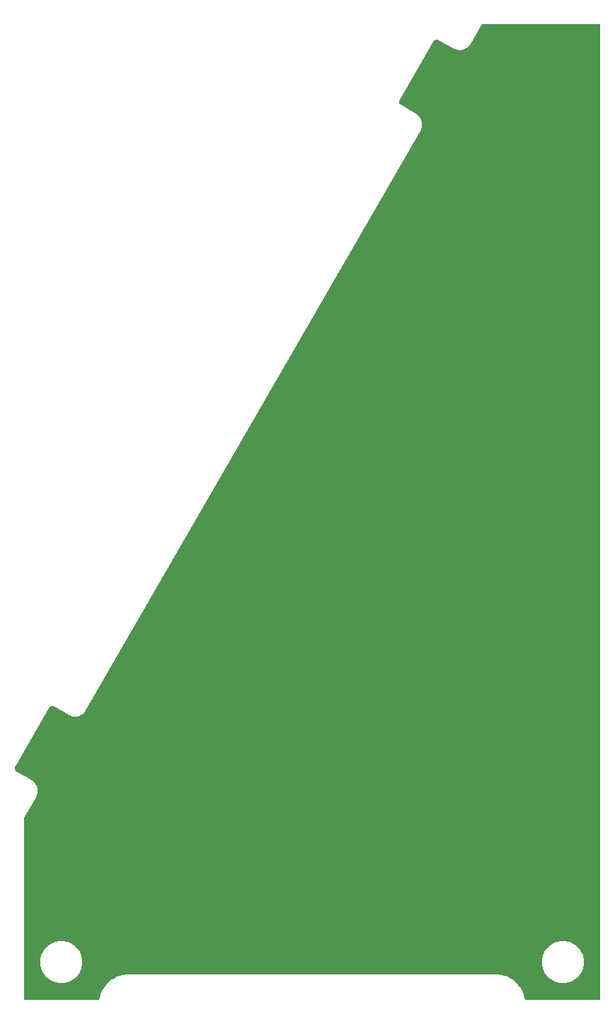
<source format=gtl>
G04*
G04 #@! TF.GenerationSoftware,Altium Limited,Altium Designer,25.5.2 (35)*
G04*
G04 Layer_Physical_Order=1*
G04 Layer_Color=255*
%FSLAX44Y44*%
%MOMM*%
G71*
G04*
G04 #@! TF.SameCoordinates,589546F1-E627-42EA-9645-3D02E78E53F3*
G04*
G04*
G04 #@! TF.FilePolarity,Positive*
G04*
G01*
G75*
G36*
X754902Y5098D02*
X664665D01*
X664478Y6518D01*
X664370Y6837D01*
X664348Y7172D01*
X663332Y10963D01*
X663183Y11264D01*
X663118Y11594D01*
X661616Y15220D01*
X661429Y15499D01*
X661321Y15818D01*
X659359Y19216D01*
X659137Y19469D01*
X658988Y19770D01*
X656600Y22884D01*
X656347Y23105D01*
X656160Y23385D01*
X653385Y26160D01*
X653105Y26347D01*
X652884Y26600D01*
X649771Y28988D01*
X649469Y29137D01*
X649216Y29359D01*
X645818Y31321D01*
X645499Y31429D01*
X645219Y31616D01*
X641594Y33118D01*
X641264Y33183D01*
X640963Y33332D01*
X637172Y34348D01*
X636837Y34370D01*
X636518Y34478D01*
X632627Y34990D01*
X632375Y34973D01*
X632129Y35031D01*
X630167Y35095D01*
X630083Y35081D01*
X630000Y35098D01*
X190000Y35098D01*
X189917Y35081D01*
X189833Y35095D01*
X187871Y35031D01*
X187625Y34973D01*
X187372Y34990D01*
X183482Y34478D01*
X183163Y34370D01*
X182828Y34348D01*
X179037Y33332D01*
X178736Y33183D01*
X178406Y33118D01*
X174781Y31616D01*
X174501Y31429D01*
X174182Y31321D01*
X170784Y29359D01*
X170531Y29137D01*
X170230Y28988D01*
X167116Y26600D01*
X166894Y26347D01*
X166615Y26160D01*
X163840Y23385D01*
X163653Y23105D01*
X163400Y22884D01*
X161012Y19770D01*
X160863Y19469D01*
X160641Y19216D01*
X158679Y15818D01*
X158571Y15499D01*
X158384Y15220D01*
X156882Y11594D01*
X156817Y11264D01*
X156668Y10963D01*
X155652Y7172D01*
X155630Y6837D01*
X155522Y6518D01*
X155335Y5098D01*
X65098D01*
Y222334D01*
X79415Y247132D01*
X79456Y247252D01*
X79535Y247352D01*
X79983Y248225D01*
X80087Y248588D01*
X80276Y248915D01*
X80906Y250771D01*
X80971Y251269D01*
X81133Y251745D01*
X81389Y253688D01*
X81356Y254189D01*
X81421Y254687D01*
X81293Y256643D01*
X81163Y257128D01*
X81130Y257629D01*
X80623Y259523D01*
X80401Y259973D01*
X80271Y260458D01*
X79404Y262216D01*
X79098Y262614D01*
X78876Y263065D01*
X77683Y264620D01*
X77305Y264951D01*
X77000Y265349D01*
X75526Y266642D01*
X75199Y266831D01*
X74927Y267094D01*
X74103Y267625D01*
X73984Y267672D01*
X73889Y267756D01*
X56568Y277756D01*
X56568Y277756D01*
X56150Y277997D01*
X55424Y278634D01*
X54836Y279400D01*
X54409Y280266D01*
X54159Y281199D01*
X54096Y282162D01*
X54222Y283120D01*
X54532Y284034D01*
X54774Y284452D01*
X54774Y284452D01*
X94774Y353734D01*
X94774Y353734D01*
X95015Y354152D01*
X95652Y354879D01*
X96418Y355466D01*
X97284Y355894D01*
X98217Y356143D01*
X99180Y356207D01*
X100138Y356081D01*
X101052Y355770D01*
X101470Y355529D01*
D01*
X118791Y345529D01*
X118911Y345488D01*
X119011Y345409D01*
X119883Y344961D01*
X120247Y344857D01*
X120574Y344668D01*
X122430Y344038D01*
X122928Y343972D01*
X123404Y343811D01*
X125347Y343555D01*
X125848Y343588D01*
X126346Y343522D01*
X128302Y343650D01*
X128787Y343780D01*
X129288Y343813D01*
X131182Y344321D01*
X131632Y344543D01*
X132117Y344673D01*
X133875Y345540D01*
X134273Y345845D01*
X134724Y346067D01*
X136279Y347261D01*
X136610Y347638D01*
X137008Y347944D01*
X138301Y349418D01*
X138490Y349745D01*
X138753Y350017D01*
X139284Y350841D01*
X139331Y350960D01*
X139415Y351055D01*
X539415Y1043875D01*
X539456Y1043995D01*
X539535Y1044095D01*
X539983Y1044968D01*
X540087Y1045331D01*
X540276Y1045658D01*
X540906Y1047515D01*
X540971Y1048012D01*
X541133Y1048488D01*
X541389Y1050432D01*
X541356Y1050932D01*
X541421Y1051430D01*
X541293Y1053387D01*
X541163Y1053871D01*
X541130Y1054372D01*
X540623Y1056266D01*
X540401Y1056716D01*
X540271Y1057201D01*
X539404Y1058960D01*
X539098Y1059358D01*
X538876Y1059808D01*
X537683Y1061363D01*
X537305Y1061694D01*
X537000Y1062093D01*
X535526Y1063385D01*
X535199Y1063574D01*
X534927Y1063837D01*
X534103Y1064369D01*
X533984Y1064415D01*
X533889Y1064499D01*
X516568Y1074499D01*
X516568Y1074499D01*
X516150Y1074741D01*
X515424Y1075377D01*
X514836Y1076143D01*
X514409Y1077010D01*
X514159Y1077942D01*
X514096Y1078906D01*
X514222Y1079863D01*
X514532Y1080778D01*
X514774Y1081196D01*
X514774Y1081196D01*
X554774Y1150478D01*
X554774Y1150478D01*
X555015Y1150896D01*
X555652Y1151622D01*
X556418Y1152210D01*
X557284Y1152637D01*
X558217Y1152887D01*
X559180Y1152950D01*
X560138Y1152824D01*
X561052Y1152514D01*
X561470Y1152272D01*
D01*
X578791Y1142272D01*
X578911Y1142231D01*
X579011Y1142152D01*
X579883Y1141704D01*
X580247Y1141600D01*
X580574Y1141411D01*
X582430Y1140781D01*
X582928Y1140715D01*
X583404Y1140554D01*
X585347Y1140298D01*
X585848Y1140331D01*
X586346Y1140266D01*
X588302Y1140394D01*
X588787Y1140524D01*
X589288Y1140557D01*
X591182Y1141064D01*
X591632Y1141286D01*
X592117Y1141416D01*
X593875Y1142283D01*
X594273Y1142589D01*
X594724Y1142811D01*
X596279Y1144004D01*
X596610Y1144382D01*
X597008Y1144687D01*
X598301Y1146161D01*
X598490Y1146488D01*
X598753Y1146760D01*
X599285Y1147585D01*
X599331Y1147703D01*
X599415Y1147798D01*
X612943Y1171230D01*
X754902D01*
Y5098D01*
D02*
G37*
%LPC*%
G36*
X711970Y75098D02*
X708030D01*
X707538Y75000D01*
X707036D01*
X703172Y74231D01*
X702708Y74039D01*
X702215Y73941D01*
X698576Y72434D01*
X698158Y72155D01*
X697694Y71963D01*
X694418Y69774D01*
X694063Y69419D01*
X693646Y69140D01*
X690860Y66354D01*
X690581Y65937D01*
X690226Y65581D01*
X688037Y62306D01*
X687845Y61842D01*
X687566Y61424D01*
X686059Y57785D01*
X685961Y57292D01*
X685769Y56828D01*
X685000Y52964D01*
Y52462D01*
X684902Y51970D01*
Y50000D01*
Y48030D01*
X685000Y47538D01*
Y47036D01*
X685769Y43172D01*
X685961Y42708D01*
X686059Y42215D01*
X687566Y38575D01*
X687845Y38158D01*
X688037Y37694D01*
X690226Y34418D01*
X690581Y34063D01*
X690860Y33646D01*
X693646Y30860D01*
X694063Y30581D01*
X694418Y30226D01*
X697694Y28037D01*
X698158Y27845D01*
X698576Y27566D01*
X702215Y26059D01*
X702708Y25961D01*
X703172Y25769D01*
X707036Y25000D01*
X707538D01*
X708030Y24902D01*
X711970D01*
X712462Y25000D01*
X712964D01*
X716828Y25769D01*
X717292Y25961D01*
X717785Y26059D01*
X721424Y27566D01*
X721842Y27845D01*
X722306Y28037D01*
X725582Y30226D01*
X725937Y30581D01*
X726354Y30860D01*
X729140Y33646D01*
X729419Y34063D01*
X729774Y34418D01*
X731963Y37694D01*
X732155Y38158D01*
X732434Y38575D01*
X733941Y42215D01*
X734039Y42708D01*
X734231Y43172D01*
X735000Y47036D01*
Y47538D01*
X735098Y48030D01*
Y50000D01*
Y51970D01*
X735000Y52462D01*
Y52964D01*
X734231Y56828D01*
X734039Y57292D01*
X733941Y57785D01*
X732434Y61424D01*
X732155Y61842D01*
X731963Y62306D01*
X729774Y65581D01*
X729419Y65936D01*
X729140Y66354D01*
X726354Y69140D01*
X725937Y69419D01*
X725582Y69774D01*
X722306Y71963D01*
X721842Y72155D01*
X721424Y72434D01*
X717785Y73941D01*
X717292Y74039D01*
X716828Y74231D01*
X712964Y75000D01*
X712462D01*
X711970Y75098D01*
D02*
G37*
G36*
X111970D02*
X108030D01*
X107538Y75000D01*
X107036D01*
X103172Y74231D01*
X102708Y74039D01*
X102215Y73941D01*
X98575Y72434D01*
X98158Y72155D01*
X97694Y71963D01*
X94418Y69774D01*
X94063Y69419D01*
X93646Y69140D01*
X90860Y66354D01*
X90581Y65937D01*
X90226Y65581D01*
X88037Y62306D01*
X87845Y61842D01*
X87566Y61424D01*
X86059Y57785D01*
X85961Y57292D01*
X85769Y56828D01*
X85000Y52964D01*
Y52462D01*
X84902Y51970D01*
Y50000D01*
Y48030D01*
X85000Y47538D01*
Y47036D01*
X85769Y43172D01*
X85961Y42708D01*
X86059Y42215D01*
X87566Y38575D01*
X87845Y38158D01*
X88037Y37694D01*
X90226Y34418D01*
X90581Y34063D01*
X90860Y33646D01*
X93646Y30860D01*
X94063Y30581D01*
X94418Y30226D01*
X97694Y28037D01*
X98158Y27845D01*
X98575Y27566D01*
X102215Y26059D01*
X102708Y25961D01*
X103172Y25769D01*
X107036Y25000D01*
X107538D01*
X108030Y24902D01*
X111970D01*
X112462Y25000D01*
X112964D01*
X116828Y25769D01*
X117292Y25961D01*
X117785Y26059D01*
X121424Y27566D01*
X121842Y27845D01*
X122306Y28037D01*
X125582Y30226D01*
X125937Y30581D01*
X126354Y30860D01*
X129140Y33646D01*
X129419Y34063D01*
X129774Y34418D01*
X131963Y37694D01*
X132155Y38158D01*
X132434Y38575D01*
X133941Y42215D01*
X134039Y42708D01*
X134231Y43172D01*
X135000Y47036D01*
Y47538D01*
X135098Y48030D01*
Y50000D01*
Y51970D01*
X135000Y52462D01*
Y52964D01*
X134231Y56828D01*
X134039Y57292D01*
X133941Y57785D01*
X132434Y61424D01*
X132155Y61842D01*
X131963Y62306D01*
X129774Y65581D01*
X129419Y65936D01*
X129140Y66354D01*
X126354Y69140D01*
X125937Y69419D01*
X125582Y69774D01*
X122306Y71963D01*
X121842Y72155D01*
X121425Y72434D01*
X117785Y73941D01*
X117292Y74039D01*
X116828Y74231D01*
X112964Y75000D01*
X112462D01*
X111970Y75098D01*
D02*
G37*
%LPD*%
M02*

</source>
